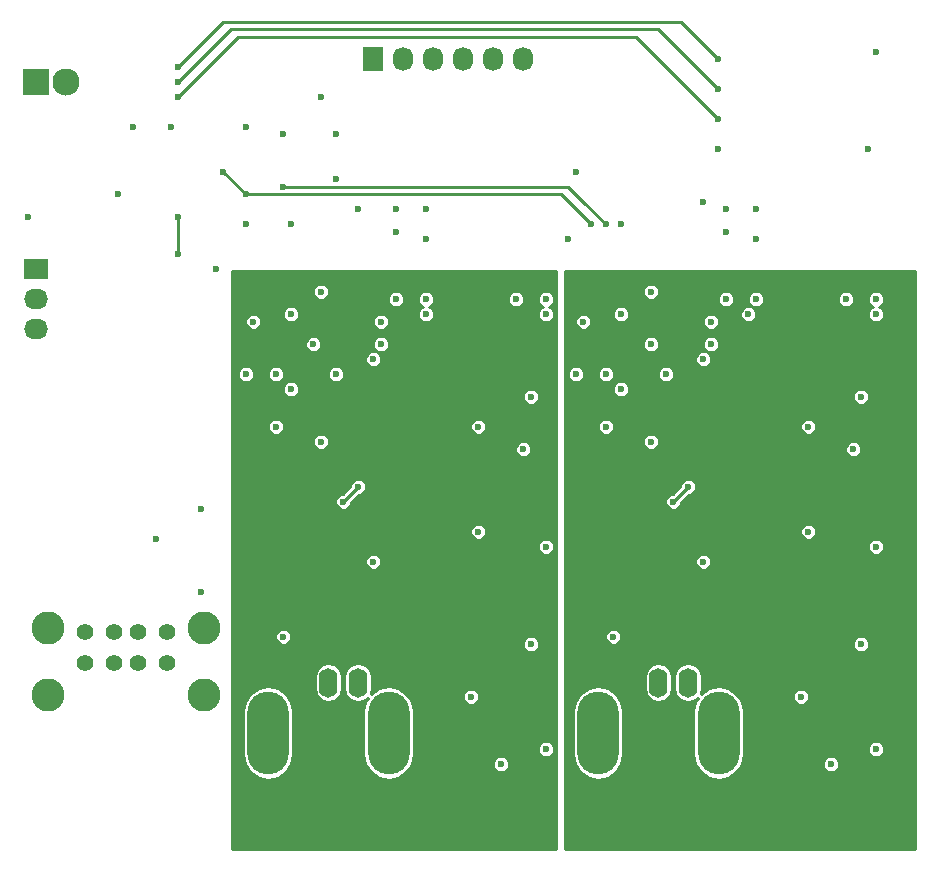
<source format=gbl>
G04 #@! TF.FileFunction,Copper,L4,Bot,Signal*
%FSLAX46Y46*%
G04 Gerber Fmt 4.6, Leading zero omitted, Abs format (unit mm)*
G04 Created by KiCad (PCBNEW 4.0.1-stable) date 8/18/2016 11:15:08 PM*
%MOMM*%
G01*
G04 APERTURE LIST*
%ADD10C,0.127000*%
%ADD11R,2.032000X1.727200*%
%ADD12O,2.032000X1.727200*%
%ADD13R,2.300000X2.300000*%
%ADD14C,2.300000*%
%ADD15C,1.420000*%
%ADD16C,2.800000*%
%ADD17O,3.500120X7.000240*%
%ADD18O,1.600200X2.499360*%
%ADD19R,1.727200X2.032000*%
%ADD20O,1.727200X2.032000*%
%ADD21C,0.600000*%
%ADD22C,0.254000*%
G04 APERTURE END LIST*
D10*
D11*
X5080000Y49530000D03*
D12*
X5080000Y46990000D03*
X5080000Y44450000D03*
D13*
X5080000Y65405000D03*
D14*
X7620000Y65405000D03*
D15*
X9200000Y18805005D03*
X11700000Y18805005D03*
X13700000Y18805005D03*
X16200000Y18805005D03*
X9200000Y16185005D03*
X11700000Y16185005D03*
X13700000Y16185005D03*
X16200000Y16185005D03*
D16*
X19270000Y13475005D03*
X19270000Y19155005D03*
X6130000Y19155005D03*
X6130000Y13475005D03*
D17*
X34942780Y10261600D03*
X24744680Y10261600D03*
D18*
X29845000Y14526260D03*
X32344360Y14526260D03*
D17*
X62882780Y10261600D03*
X52684680Y10261600D03*
D18*
X57785000Y14526260D03*
X60284360Y14526260D03*
D19*
X33655000Y67310000D03*
D20*
X36195000Y67310000D03*
X38735000Y67310000D03*
X41275000Y67310000D03*
X43815000Y67310000D03*
X46355000Y67310000D03*
D21*
X50165000Y52070000D03*
X19050000Y29210000D03*
X30480000Y57150000D03*
X12065000Y55880000D03*
X26035000Y60960000D03*
X22860000Y61595000D03*
X22860000Y53340000D03*
X35560000Y52705000D03*
X38100000Y52070000D03*
X63500000Y52705000D03*
X66040000Y52070000D03*
X62865000Y59690000D03*
X76200000Y67945000D03*
X4445000Y53975000D03*
X15240000Y26670000D03*
X19050000Y22225000D03*
X13335000Y61595000D03*
X16510000Y61595000D03*
X29210000Y64135000D03*
X30480000Y60960000D03*
X20320000Y49530000D03*
X26670000Y53340000D03*
X32385000Y54610000D03*
X38100000Y54610000D03*
X35560000Y54610000D03*
X66040000Y54610000D03*
X63500000Y54610000D03*
X54610000Y53340000D03*
X50800000Y57785000D03*
X61595000Y55245000D03*
X75565000Y59690000D03*
X41910000Y16510000D03*
X35560000Y36830000D03*
X38100000Y29210000D03*
X31115000Y26035000D03*
X45720000Y13335000D03*
X48260000Y45720000D03*
X48260000Y46990000D03*
X45720000Y46990000D03*
X41910000Y13335000D03*
X29210000Y34925000D03*
X46355000Y34290000D03*
X33655000Y41910000D03*
X29210000Y47625000D03*
X25400000Y40640000D03*
X23495000Y45085000D03*
X28575000Y43180000D03*
X38100000Y45720000D03*
X38100000Y46990000D03*
X26035000Y18415000D03*
X42545000Y27305000D03*
X33655000Y24765000D03*
X35560000Y46990000D03*
X26670000Y45720000D03*
X34290000Y43180000D03*
X34290000Y45085000D03*
X42545000Y36195000D03*
X26670000Y39370000D03*
X46990000Y38735000D03*
X48260000Y26035000D03*
X46990000Y17780000D03*
X48260000Y8890000D03*
X44450000Y7620000D03*
X25400000Y36195000D03*
X30480000Y40640000D03*
X22860000Y40640000D03*
X31115000Y29845000D03*
X32385000Y31115000D03*
X53340000Y40640000D03*
X61595000Y41910000D03*
X69850000Y13335000D03*
X76200000Y45720000D03*
X76200000Y46990000D03*
X73660000Y46990000D03*
X74295000Y34290000D03*
X57150000Y34925000D03*
X57150000Y47625000D03*
X51435000Y45085000D03*
X54610000Y45720000D03*
X65405000Y45720000D03*
X66040000Y46990000D03*
X63500000Y46990000D03*
X62230000Y43180000D03*
X62230000Y45085000D03*
X57150000Y43180000D03*
X50800000Y40640000D03*
X54610000Y39370000D03*
X53340000Y36195000D03*
X58420000Y40640000D03*
X74930000Y38735000D03*
X70485000Y36195000D03*
X53975000Y18415000D03*
X61595000Y24765000D03*
X70485000Y27305000D03*
X76200000Y26035000D03*
X74930000Y17780000D03*
X72390000Y7620000D03*
X76200000Y8890000D03*
X69850000Y16510000D03*
X59055000Y26035000D03*
X63500000Y36830000D03*
X66675000Y29210000D03*
X73660000Y13335000D03*
X60325000Y31115000D03*
X59055000Y29845000D03*
X17145000Y66675000D03*
X62865000Y67310000D03*
X17145000Y65405000D03*
X62865000Y64770000D03*
X62865000Y62230000D03*
X17145000Y64135000D03*
X22860000Y55880000D03*
X52070000Y53340000D03*
X20955000Y57785000D03*
X17145000Y53975000D03*
X17145000Y50800000D03*
X53340000Y53340000D03*
X26035000Y56515000D03*
D22*
X31115000Y29845000D02*
X32385000Y31115000D01*
X59055000Y29845000D02*
X60325000Y31115000D01*
X17145000Y66675000D02*
X20955000Y70485000D01*
X59690000Y70485000D02*
X62865000Y67310000D01*
X20955000Y70485000D02*
X59690000Y70485000D01*
X21590000Y69850000D02*
X17145000Y65405000D01*
X57785000Y69850000D02*
X21590000Y69850000D01*
X62865000Y64770000D02*
X57785000Y69850000D01*
X55880000Y69215000D02*
X62865000Y62230000D01*
X22225000Y69215000D02*
X55880000Y69215000D01*
X17145000Y64135000D02*
X22225000Y69215000D01*
X50800000Y54610000D02*
X49530000Y55880000D01*
X50800000Y54610000D02*
X52070000Y53340000D01*
X49530000Y55880000D02*
X22860000Y55880000D01*
X22860000Y55880000D02*
X20955000Y57785000D01*
X17145000Y50800000D02*
X17145000Y53975000D01*
X51435000Y55245000D02*
X50165000Y56515000D01*
X51435000Y55245000D02*
X53340000Y53340000D01*
X50165000Y56515000D02*
X26035000Y56515000D01*
G36*
X49149000Y456000D02*
X21717000Y456000D01*
X21717000Y12087696D01*
X22613620Y12087696D01*
X22613620Y8435504D01*
X22775837Y7619983D01*
X23237793Y6928617D01*
X23929159Y6466661D01*
X24744680Y6304444D01*
X25560201Y6466661D01*
X26251567Y6928617D01*
X26713523Y7619983D01*
X26875740Y8435504D01*
X26875740Y12087696D01*
X26713523Y12903217D01*
X26251567Y13594583D01*
X25560201Y14056539D01*
X24744680Y14218756D01*
X23929159Y14056539D01*
X23237793Y13594583D01*
X22775837Y12903217D01*
X22613620Y12087696D01*
X21717000Y12087696D01*
X21717000Y15007787D01*
X28663900Y15007787D01*
X28663900Y14044733D01*
X28753806Y13592746D01*
X29009836Y13209569D01*
X29393013Y12953539D01*
X29845000Y12863633D01*
X30296987Y12953539D01*
X30680164Y13209569D01*
X30936194Y13592746D01*
X31026100Y14044733D01*
X31026100Y15007787D01*
X31163260Y15007787D01*
X31163260Y14044733D01*
X31253166Y13592746D01*
X31509196Y13209569D01*
X31892373Y12953539D01*
X32344360Y12863633D01*
X32796347Y12953539D01*
X33177918Y13208496D01*
X32973937Y12903217D01*
X32811720Y12087696D01*
X32811720Y8435504D01*
X32973937Y7619983D01*
X33435893Y6928617D01*
X34127259Y6466661D01*
X34942780Y6304444D01*
X35758301Y6466661D01*
X36449667Y6928617D01*
X36821520Y7485135D01*
X43768882Y7485135D01*
X43872339Y7234748D01*
X44063741Y7043013D01*
X44313946Y6939118D01*
X44584865Y6938882D01*
X44835252Y7042339D01*
X45026987Y7233741D01*
X45130882Y7483946D01*
X45131118Y7754865D01*
X45027661Y8005252D01*
X44836259Y8196987D01*
X44586054Y8300882D01*
X44315135Y8301118D01*
X44064748Y8197661D01*
X43873013Y8006259D01*
X43769118Y7756054D01*
X43768882Y7485135D01*
X36821520Y7485135D01*
X36911623Y7619983D01*
X37073840Y8435504D01*
X37073840Y8755135D01*
X47578882Y8755135D01*
X47682339Y8504748D01*
X47873741Y8313013D01*
X48123946Y8209118D01*
X48394865Y8208882D01*
X48645252Y8312339D01*
X48836987Y8503741D01*
X48940882Y8753946D01*
X48941118Y9024865D01*
X48837661Y9275252D01*
X48646259Y9466987D01*
X48396054Y9570882D01*
X48125135Y9571118D01*
X47874748Y9467661D01*
X47683013Y9276259D01*
X47579118Y9026054D01*
X47578882Y8755135D01*
X37073840Y8755135D01*
X37073840Y12087696D01*
X36911623Y12903217D01*
X36713229Y13200135D01*
X41228882Y13200135D01*
X41332339Y12949748D01*
X41523741Y12758013D01*
X41773946Y12654118D01*
X42044865Y12653882D01*
X42295252Y12757339D01*
X42486987Y12948741D01*
X42590882Y13198946D01*
X42591118Y13469865D01*
X42487661Y13720252D01*
X42296259Y13911987D01*
X42046054Y14015882D01*
X41775135Y14016118D01*
X41524748Y13912661D01*
X41333013Y13721259D01*
X41229118Y13471054D01*
X41228882Y13200135D01*
X36713229Y13200135D01*
X36449667Y13594583D01*
X35758301Y14056539D01*
X34942780Y14218756D01*
X34127259Y14056539D01*
X33435923Y13594603D01*
X33525460Y14044733D01*
X33525460Y15007787D01*
X33435554Y15459774D01*
X33179524Y15842951D01*
X32796347Y16098981D01*
X32344360Y16188887D01*
X31892373Y16098981D01*
X31509196Y15842951D01*
X31253166Y15459774D01*
X31163260Y15007787D01*
X31026100Y15007787D01*
X30936194Y15459774D01*
X30680164Y15842951D01*
X30296987Y16098981D01*
X29845000Y16188887D01*
X29393013Y16098981D01*
X29009836Y15842951D01*
X28753806Y15459774D01*
X28663900Y15007787D01*
X21717000Y15007787D01*
X21717000Y17645135D01*
X46308882Y17645135D01*
X46412339Y17394748D01*
X46603741Y17203013D01*
X46853946Y17099118D01*
X47124865Y17098882D01*
X47375252Y17202339D01*
X47566987Y17393741D01*
X47670882Y17643946D01*
X47671118Y17914865D01*
X47567661Y18165252D01*
X47376259Y18356987D01*
X47126054Y18460882D01*
X46855135Y18461118D01*
X46604748Y18357661D01*
X46413013Y18166259D01*
X46309118Y17916054D01*
X46308882Y17645135D01*
X21717000Y17645135D01*
X21717000Y18280135D01*
X25353882Y18280135D01*
X25457339Y18029748D01*
X25648741Y17838013D01*
X25898946Y17734118D01*
X26169865Y17733882D01*
X26420252Y17837339D01*
X26611987Y18028741D01*
X26715882Y18278946D01*
X26716118Y18549865D01*
X26612661Y18800252D01*
X26421259Y18991987D01*
X26171054Y19095882D01*
X25900135Y19096118D01*
X25649748Y18992661D01*
X25458013Y18801259D01*
X25354118Y18551054D01*
X25353882Y18280135D01*
X21717000Y18280135D01*
X21717000Y24630135D01*
X32973882Y24630135D01*
X33077339Y24379748D01*
X33268741Y24188013D01*
X33518946Y24084118D01*
X33789865Y24083882D01*
X34040252Y24187339D01*
X34231987Y24378741D01*
X34335882Y24628946D01*
X34336118Y24899865D01*
X34232661Y25150252D01*
X34041259Y25341987D01*
X33791054Y25445882D01*
X33520135Y25446118D01*
X33269748Y25342661D01*
X33078013Y25151259D01*
X32974118Y24901054D01*
X32973882Y24630135D01*
X21717000Y24630135D01*
X21717000Y25900135D01*
X47578882Y25900135D01*
X47682339Y25649748D01*
X47873741Y25458013D01*
X48123946Y25354118D01*
X48394865Y25353882D01*
X48645252Y25457339D01*
X48836987Y25648741D01*
X48940882Y25898946D01*
X48941118Y26169865D01*
X48837661Y26420252D01*
X48646259Y26611987D01*
X48396054Y26715882D01*
X48125135Y26716118D01*
X47874748Y26612661D01*
X47683013Y26421259D01*
X47579118Y26171054D01*
X47578882Y25900135D01*
X21717000Y25900135D01*
X21717000Y27170135D01*
X41863882Y27170135D01*
X41967339Y26919748D01*
X42158741Y26728013D01*
X42408946Y26624118D01*
X42679865Y26623882D01*
X42930252Y26727339D01*
X43121987Y26918741D01*
X43225882Y27168946D01*
X43226118Y27439865D01*
X43122661Y27690252D01*
X42931259Y27881987D01*
X42681054Y27985882D01*
X42410135Y27986118D01*
X42159748Y27882661D01*
X41968013Y27691259D01*
X41864118Y27441054D01*
X41863882Y27170135D01*
X21717000Y27170135D01*
X21717000Y29710135D01*
X30433882Y29710135D01*
X30537339Y29459748D01*
X30728741Y29268013D01*
X30978946Y29164118D01*
X31249865Y29163882D01*
X31500252Y29267339D01*
X31691987Y29458741D01*
X31795882Y29708946D01*
X31795968Y29807548D01*
X32422387Y30433967D01*
X32519865Y30433882D01*
X32770252Y30537339D01*
X32961987Y30728741D01*
X33065882Y30978946D01*
X33066118Y31249865D01*
X32962661Y31500252D01*
X32771259Y31691987D01*
X32521054Y31795882D01*
X32250135Y31796118D01*
X31999748Y31692661D01*
X31808013Y31501259D01*
X31704118Y31251054D01*
X31704032Y31152452D01*
X31077613Y30526033D01*
X30980135Y30526118D01*
X30729748Y30422661D01*
X30538013Y30231259D01*
X30434118Y29981054D01*
X30433882Y29710135D01*
X21717000Y29710135D01*
X21717000Y34155135D01*
X45673882Y34155135D01*
X45777339Y33904748D01*
X45968741Y33713013D01*
X46218946Y33609118D01*
X46489865Y33608882D01*
X46740252Y33712339D01*
X46931987Y33903741D01*
X47035882Y34153946D01*
X47036118Y34424865D01*
X46932661Y34675252D01*
X46741259Y34866987D01*
X46491054Y34970882D01*
X46220135Y34971118D01*
X45969748Y34867661D01*
X45778013Y34676259D01*
X45674118Y34426054D01*
X45673882Y34155135D01*
X21717000Y34155135D01*
X21717000Y34790135D01*
X28528882Y34790135D01*
X28632339Y34539748D01*
X28823741Y34348013D01*
X29073946Y34244118D01*
X29344865Y34243882D01*
X29595252Y34347339D01*
X29786987Y34538741D01*
X29890882Y34788946D01*
X29891118Y35059865D01*
X29787661Y35310252D01*
X29596259Y35501987D01*
X29346054Y35605882D01*
X29075135Y35606118D01*
X28824748Y35502661D01*
X28633013Y35311259D01*
X28529118Y35061054D01*
X28528882Y34790135D01*
X21717000Y34790135D01*
X21717000Y36060135D01*
X24718882Y36060135D01*
X24822339Y35809748D01*
X25013741Y35618013D01*
X25263946Y35514118D01*
X25534865Y35513882D01*
X25785252Y35617339D01*
X25976987Y35808741D01*
X26080882Y36058946D01*
X26080883Y36060135D01*
X41863882Y36060135D01*
X41967339Y35809748D01*
X42158741Y35618013D01*
X42408946Y35514118D01*
X42679865Y35513882D01*
X42930252Y35617339D01*
X43121987Y35808741D01*
X43225882Y36058946D01*
X43226118Y36329865D01*
X43122661Y36580252D01*
X42931259Y36771987D01*
X42681054Y36875882D01*
X42410135Y36876118D01*
X42159748Y36772661D01*
X41968013Y36581259D01*
X41864118Y36331054D01*
X41863882Y36060135D01*
X26080883Y36060135D01*
X26081118Y36329865D01*
X25977661Y36580252D01*
X25786259Y36771987D01*
X25536054Y36875882D01*
X25265135Y36876118D01*
X25014748Y36772661D01*
X24823013Y36581259D01*
X24719118Y36331054D01*
X24718882Y36060135D01*
X21717000Y36060135D01*
X21717000Y38600135D01*
X46308882Y38600135D01*
X46412339Y38349748D01*
X46603741Y38158013D01*
X46853946Y38054118D01*
X47124865Y38053882D01*
X47375252Y38157339D01*
X47566987Y38348741D01*
X47670882Y38598946D01*
X47671118Y38869865D01*
X47567661Y39120252D01*
X47376259Y39311987D01*
X47126054Y39415882D01*
X46855135Y39416118D01*
X46604748Y39312661D01*
X46413013Y39121259D01*
X46309118Y38871054D01*
X46308882Y38600135D01*
X21717000Y38600135D01*
X21717000Y39235135D01*
X25988882Y39235135D01*
X26092339Y38984748D01*
X26283741Y38793013D01*
X26533946Y38689118D01*
X26804865Y38688882D01*
X27055252Y38792339D01*
X27246987Y38983741D01*
X27350882Y39233946D01*
X27351118Y39504865D01*
X27247661Y39755252D01*
X27056259Y39946987D01*
X26806054Y40050882D01*
X26535135Y40051118D01*
X26284748Y39947661D01*
X26093013Y39756259D01*
X25989118Y39506054D01*
X25988882Y39235135D01*
X21717000Y39235135D01*
X21717000Y40505135D01*
X22178882Y40505135D01*
X22282339Y40254748D01*
X22473741Y40063013D01*
X22723946Y39959118D01*
X22994865Y39958882D01*
X23245252Y40062339D01*
X23436987Y40253741D01*
X23540882Y40503946D01*
X23540883Y40505135D01*
X24718882Y40505135D01*
X24822339Y40254748D01*
X25013741Y40063013D01*
X25263946Y39959118D01*
X25534865Y39958882D01*
X25785252Y40062339D01*
X25976987Y40253741D01*
X26080882Y40503946D01*
X26080883Y40505135D01*
X29798882Y40505135D01*
X29902339Y40254748D01*
X30093741Y40063013D01*
X30343946Y39959118D01*
X30614865Y39958882D01*
X30865252Y40062339D01*
X31056987Y40253741D01*
X31160882Y40503946D01*
X31161118Y40774865D01*
X31057661Y41025252D01*
X30866259Y41216987D01*
X30616054Y41320882D01*
X30345135Y41321118D01*
X30094748Y41217661D01*
X29903013Y41026259D01*
X29799118Y40776054D01*
X29798882Y40505135D01*
X26080883Y40505135D01*
X26081118Y40774865D01*
X25977661Y41025252D01*
X25786259Y41216987D01*
X25536054Y41320882D01*
X25265135Y41321118D01*
X25014748Y41217661D01*
X24823013Y41026259D01*
X24719118Y40776054D01*
X24718882Y40505135D01*
X23540883Y40505135D01*
X23541118Y40774865D01*
X23437661Y41025252D01*
X23246259Y41216987D01*
X22996054Y41320882D01*
X22725135Y41321118D01*
X22474748Y41217661D01*
X22283013Y41026259D01*
X22179118Y40776054D01*
X22178882Y40505135D01*
X21717000Y40505135D01*
X21717000Y41775135D01*
X32973882Y41775135D01*
X33077339Y41524748D01*
X33268741Y41333013D01*
X33518946Y41229118D01*
X33789865Y41228882D01*
X34040252Y41332339D01*
X34231987Y41523741D01*
X34335882Y41773946D01*
X34336118Y42044865D01*
X34232661Y42295252D01*
X34041259Y42486987D01*
X33791054Y42590882D01*
X33520135Y42591118D01*
X33269748Y42487661D01*
X33078013Y42296259D01*
X32974118Y42046054D01*
X32973882Y41775135D01*
X21717000Y41775135D01*
X21717000Y43045135D01*
X27893882Y43045135D01*
X27997339Y42794748D01*
X28188741Y42603013D01*
X28438946Y42499118D01*
X28709865Y42498882D01*
X28960252Y42602339D01*
X29151987Y42793741D01*
X29255882Y43043946D01*
X29255883Y43045135D01*
X33608882Y43045135D01*
X33712339Y42794748D01*
X33903741Y42603013D01*
X34153946Y42499118D01*
X34424865Y42498882D01*
X34675252Y42602339D01*
X34866987Y42793741D01*
X34970882Y43043946D01*
X34971118Y43314865D01*
X34867661Y43565252D01*
X34676259Y43756987D01*
X34426054Y43860882D01*
X34155135Y43861118D01*
X33904748Y43757661D01*
X33713013Y43566259D01*
X33609118Y43316054D01*
X33608882Y43045135D01*
X29255883Y43045135D01*
X29256118Y43314865D01*
X29152661Y43565252D01*
X28961259Y43756987D01*
X28711054Y43860882D01*
X28440135Y43861118D01*
X28189748Y43757661D01*
X27998013Y43566259D01*
X27894118Y43316054D01*
X27893882Y43045135D01*
X21717000Y43045135D01*
X21717000Y44950135D01*
X22813882Y44950135D01*
X22917339Y44699748D01*
X23108741Y44508013D01*
X23358946Y44404118D01*
X23629865Y44403882D01*
X23880252Y44507339D01*
X24071987Y44698741D01*
X24175882Y44948946D01*
X24175883Y44950135D01*
X33608882Y44950135D01*
X33712339Y44699748D01*
X33903741Y44508013D01*
X34153946Y44404118D01*
X34424865Y44403882D01*
X34675252Y44507339D01*
X34866987Y44698741D01*
X34970882Y44948946D01*
X34971118Y45219865D01*
X34867661Y45470252D01*
X34676259Y45661987D01*
X34426054Y45765882D01*
X34155135Y45766118D01*
X33904748Y45662661D01*
X33713013Y45471259D01*
X33609118Y45221054D01*
X33608882Y44950135D01*
X24175883Y44950135D01*
X24176118Y45219865D01*
X24072661Y45470252D01*
X23957978Y45585135D01*
X25988882Y45585135D01*
X26092339Y45334748D01*
X26283741Y45143013D01*
X26533946Y45039118D01*
X26804865Y45038882D01*
X27055252Y45142339D01*
X27246987Y45333741D01*
X27350882Y45583946D01*
X27351118Y45854865D01*
X27247661Y46105252D01*
X27056259Y46296987D01*
X26806054Y46400882D01*
X26535135Y46401118D01*
X26284748Y46297661D01*
X26093013Y46106259D01*
X25989118Y45856054D01*
X25988882Y45585135D01*
X23957978Y45585135D01*
X23881259Y45661987D01*
X23631054Y45765882D01*
X23360135Y45766118D01*
X23109748Y45662661D01*
X22918013Y45471259D01*
X22814118Y45221054D01*
X22813882Y44950135D01*
X21717000Y44950135D01*
X21717000Y46855135D01*
X34878882Y46855135D01*
X34982339Y46604748D01*
X35173741Y46413013D01*
X35423946Y46309118D01*
X35694865Y46308882D01*
X35945252Y46412339D01*
X36136987Y46603741D01*
X36240882Y46853946D01*
X36240883Y46855135D01*
X37418882Y46855135D01*
X37522339Y46604748D01*
X37713741Y46413013D01*
X37853485Y46354986D01*
X37714748Y46297661D01*
X37523013Y46106259D01*
X37419118Y45856054D01*
X37418882Y45585135D01*
X37522339Y45334748D01*
X37713741Y45143013D01*
X37963946Y45039118D01*
X38234865Y45038882D01*
X38485252Y45142339D01*
X38676987Y45333741D01*
X38780882Y45583946D01*
X38781118Y45854865D01*
X38677661Y46105252D01*
X38486259Y46296987D01*
X38346515Y46355014D01*
X38485252Y46412339D01*
X38676987Y46603741D01*
X38780882Y46853946D01*
X38780883Y46855135D01*
X45038882Y46855135D01*
X45142339Y46604748D01*
X45333741Y46413013D01*
X45583946Y46309118D01*
X45854865Y46308882D01*
X46105252Y46412339D01*
X46296987Y46603741D01*
X46400882Y46853946D01*
X46400883Y46855135D01*
X47578882Y46855135D01*
X47682339Y46604748D01*
X47873741Y46413013D01*
X48013485Y46354986D01*
X47874748Y46297661D01*
X47683013Y46106259D01*
X47579118Y45856054D01*
X47578882Y45585135D01*
X47682339Y45334748D01*
X47873741Y45143013D01*
X48123946Y45039118D01*
X48394865Y45038882D01*
X48645252Y45142339D01*
X48836987Y45333741D01*
X48940882Y45583946D01*
X48941118Y45854865D01*
X48837661Y46105252D01*
X48646259Y46296987D01*
X48506515Y46355014D01*
X48645252Y46412339D01*
X48836987Y46603741D01*
X48940882Y46853946D01*
X48941118Y47124865D01*
X48837661Y47375252D01*
X48646259Y47566987D01*
X48396054Y47670882D01*
X48125135Y47671118D01*
X47874748Y47567661D01*
X47683013Y47376259D01*
X47579118Y47126054D01*
X47578882Y46855135D01*
X46400883Y46855135D01*
X46401118Y47124865D01*
X46297661Y47375252D01*
X46106259Y47566987D01*
X45856054Y47670882D01*
X45585135Y47671118D01*
X45334748Y47567661D01*
X45143013Y47376259D01*
X45039118Y47126054D01*
X45038882Y46855135D01*
X38780883Y46855135D01*
X38781118Y47124865D01*
X38677661Y47375252D01*
X38486259Y47566987D01*
X38236054Y47670882D01*
X37965135Y47671118D01*
X37714748Y47567661D01*
X37523013Y47376259D01*
X37419118Y47126054D01*
X37418882Y46855135D01*
X36240883Y46855135D01*
X36241118Y47124865D01*
X36137661Y47375252D01*
X35946259Y47566987D01*
X35696054Y47670882D01*
X35425135Y47671118D01*
X35174748Y47567661D01*
X34983013Y47376259D01*
X34879118Y47126054D01*
X34878882Y46855135D01*
X21717000Y46855135D01*
X21717000Y47490135D01*
X28528882Y47490135D01*
X28632339Y47239748D01*
X28823741Y47048013D01*
X29073946Y46944118D01*
X29344865Y46943882D01*
X29595252Y47047339D01*
X29786987Y47238741D01*
X29890882Y47488946D01*
X29891118Y47759865D01*
X29787661Y48010252D01*
X29596259Y48201987D01*
X29346054Y48305882D01*
X29075135Y48306118D01*
X28824748Y48202661D01*
X28633013Y48011259D01*
X28529118Y47761054D01*
X28528882Y47490135D01*
X21717000Y47490135D01*
X21717000Y49403000D01*
X49149000Y49403000D01*
X49149000Y456000D01*
X49149000Y456000D01*
G37*
X49149000Y456000D02*
X21717000Y456000D01*
X21717000Y12087696D01*
X22613620Y12087696D01*
X22613620Y8435504D01*
X22775837Y7619983D01*
X23237793Y6928617D01*
X23929159Y6466661D01*
X24744680Y6304444D01*
X25560201Y6466661D01*
X26251567Y6928617D01*
X26713523Y7619983D01*
X26875740Y8435504D01*
X26875740Y12087696D01*
X26713523Y12903217D01*
X26251567Y13594583D01*
X25560201Y14056539D01*
X24744680Y14218756D01*
X23929159Y14056539D01*
X23237793Y13594583D01*
X22775837Y12903217D01*
X22613620Y12087696D01*
X21717000Y12087696D01*
X21717000Y15007787D01*
X28663900Y15007787D01*
X28663900Y14044733D01*
X28753806Y13592746D01*
X29009836Y13209569D01*
X29393013Y12953539D01*
X29845000Y12863633D01*
X30296987Y12953539D01*
X30680164Y13209569D01*
X30936194Y13592746D01*
X31026100Y14044733D01*
X31026100Y15007787D01*
X31163260Y15007787D01*
X31163260Y14044733D01*
X31253166Y13592746D01*
X31509196Y13209569D01*
X31892373Y12953539D01*
X32344360Y12863633D01*
X32796347Y12953539D01*
X33177918Y13208496D01*
X32973937Y12903217D01*
X32811720Y12087696D01*
X32811720Y8435504D01*
X32973937Y7619983D01*
X33435893Y6928617D01*
X34127259Y6466661D01*
X34942780Y6304444D01*
X35758301Y6466661D01*
X36449667Y6928617D01*
X36821520Y7485135D01*
X43768882Y7485135D01*
X43872339Y7234748D01*
X44063741Y7043013D01*
X44313946Y6939118D01*
X44584865Y6938882D01*
X44835252Y7042339D01*
X45026987Y7233741D01*
X45130882Y7483946D01*
X45131118Y7754865D01*
X45027661Y8005252D01*
X44836259Y8196987D01*
X44586054Y8300882D01*
X44315135Y8301118D01*
X44064748Y8197661D01*
X43873013Y8006259D01*
X43769118Y7756054D01*
X43768882Y7485135D01*
X36821520Y7485135D01*
X36911623Y7619983D01*
X37073840Y8435504D01*
X37073840Y8755135D01*
X47578882Y8755135D01*
X47682339Y8504748D01*
X47873741Y8313013D01*
X48123946Y8209118D01*
X48394865Y8208882D01*
X48645252Y8312339D01*
X48836987Y8503741D01*
X48940882Y8753946D01*
X48941118Y9024865D01*
X48837661Y9275252D01*
X48646259Y9466987D01*
X48396054Y9570882D01*
X48125135Y9571118D01*
X47874748Y9467661D01*
X47683013Y9276259D01*
X47579118Y9026054D01*
X47578882Y8755135D01*
X37073840Y8755135D01*
X37073840Y12087696D01*
X36911623Y12903217D01*
X36713229Y13200135D01*
X41228882Y13200135D01*
X41332339Y12949748D01*
X41523741Y12758013D01*
X41773946Y12654118D01*
X42044865Y12653882D01*
X42295252Y12757339D01*
X42486987Y12948741D01*
X42590882Y13198946D01*
X42591118Y13469865D01*
X42487661Y13720252D01*
X42296259Y13911987D01*
X42046054Y14015882D01*
X41775135Y14016118D01*
X41524748Y13912661D01*
X41333013Y13721259D01*
X41229118Y13471054D01*
X41228882Y13200135D01*
X36713229Y13200135D01*
X36449667Y13594583D01*
X35758301Y14056539D01*
X34942780Y14218756D01*
X34127259Y14056539D01*
X33435923Y13594603D01*
X33525460Y14044733D01*
X33525460Y15007787D01*
X33435554Y15459774D01*
X33179524Y15842951D01*
X32796347Y16098981D01*
X32344360Y16188887D01*
X31892373Y16098981D01*
X31509196Y15842951D01*
X31253166Y15459774D01*
X31163260Y15007787D01*
X31026100Y15007787D01*
X30936194Y15459774D01*
X30680164Y15842951D01*
X30296987Y16098981D01*
X29845000Y16188887D01*
X29393013Y16098981D01*
X29009836Y15842951D01*
X28753806Y15459774D01*
X28663900Y15007787D01*
X21717000Y15007787D01*
X21717000Y17645135D01*
X46308882Y17645135D01*
X46412339Y17394748D01*
X46603741Y17203013D01*
X46853946Y17099118D01*
X47124865Y17098882D01*
X47375252Y17202339D01*
X47566987Y17393741D01*
X47670882Y17643946D01*
X47671118Y17914865D01*
X47567661Y18165252D01*
X47376259Y18356987D01*
X47126054Y18460882D01*
X46855135Y18461118D01*
X46604748Y18357661D01*
X46413013Y18166259D01*
X46309118Y17916054D01*
X46308882Y17645135D01*
X21717000Y17645135D01*
X21717000Y18280135D01*
X25353882Y18280135D01*
X25457339Y18029748D01*
X25648741Y17838013D01*
X25898946Y17734118D01*
X26169865Y17733882D01*
X26420252Y17837339D01*
X26611987Y18028741D01*
X26715882Y18278946D01*
X26716118Y18549865D01*
X26612661Y18800252D01*
X26421259Y18991987D01*
X26171054Y19095882D01*
X25900135Y19096118D01*
X25649748Y18992661D01*
X25458013Y18801259D01*
X25354118Y18551054D01*
X25353882Y18280135D01*
X21717000Y18280135D01*
X21717000Y24630135D01*
X32973882Y24630135D01*
X33077339Y24379748D01*
X33268741Y24188013D01*
X33518946Y24084118D01*
X33789865Y24083882D01*
X34040252Y24187339D01*
X34231987Y24378741D01*
X34335882Y24628946D01*
X34336118Y24899865D01*
X34232661Y25150252D01*
X34041259Y25341987D01*
X33791054Y25445882D01*
X33520135Y25446118D01*
X33269748Y25342661D01*
X33078013Y25151259D01*
X32974118Y24901054D01*
X32973882Y24630135D01*
X21717000Y24630135D01*
X21717000Y25900135D01*
X47578882Y25900135D01*
X47682339Y25649748D01*
X47873741Y25458013D01*
X48123946Y25354118D01*
X48394865Y25353882D01*
X48645252Y25457339D01*
X48836987Y25648741D01*
X48940882Y25898946D01*
X48941118Y26169865D01*
X48837661Y26420252D01*
X48646259Y26611987D01*
X48396054Y26715882D01*
X48125135Y26716118D01*
X47874748Y26612661D01*
X47683013Y26421259D01*
X47579118Y26171054D01*
X47578882Y25900135D01*
X21717000Y25900135D01*
X21717000Y27170135D01*
X41863882Y27170135D01*
X41967339Y26919748D01*
X42158741Y26728013D01*
X42408946Y26624118D01*
X42679865Y26623882D01*
X42930252Y26727339D01*
X43121987Y26918741D01*
X43225882Y27168946D01*
X43226118Y27439865D01*
X43122661Y27690252D01*
X42931259Y27881987D01*
X42681054Y27985882D01*
X42410135Y27986118D01*
X42159748Y27882661D01*
X41968013Y27691259D01*
X41864118Y27441054D01*
X41863882Y27170135D01*
X21717000Y27170135D01*
X21717000Y29710135D01*
X30433882Y29710135D01*
X30537339Y29459748D01*
X30728741Y29268013D01*
X30978946Y29164118D01*
X31249865Y29163882D01*
X31500252Y29267339D01*
X31691987Y29458741D01*
X31795882Y29708946D01*
X31795968Y29807548D01*
X32422387Y30433967D01*
X32519865Y30433882D01*
X32770252Y30537339D01*
X32961987Y30728741D01*
X33065882Y30978946D01*
X33066118Y31249865D01*
X32962661Y31500252D01*
X32771259Y31691987D01*
X32521054Y31795882D01*
X32250135Y31796118D01*
X31999748Y31692661D01*
X31808013Y31501259D01*
X31704118Y31251054D01*
X31704032Y31152452D01*
X31077613Y30526033D01*
X30980135Y30526118D01*
X30729748Y30422661D01*
X30538013Y30231259D01*
X30434118Y29981054D01*
X30433882Y29710135D01*
X21717000Y29710135D01*
X21717000Y34155135D01*
X45673882Y34155135D01*
X45777339Y33904748D01*
X45968741Y33713013D01*
X46218946Y33609118D01*
X46489865Y33608882D01*
X46740252Y33712339D01*
X46931987Y33903741D01*
X47035882Y34153946D01*
X47036118Y34424865D01*
X46932661Y34675252D01*
X46741259Y34866987D01*
X46491054Y34970882D01*
X46220135Y34971118D01*
X45969748Y34867661D01*
X45778013Y34676259D01*
X45674118Y34426054D01*
X45673882Y34155135D01*
X21717000Y34155135D01*
X21717000Y34790135D01*
X28528882Y34790135D01*
X28632339Y34539748D01*
X28823741Y34348013D01*
X29073946Y34244118D01*
X29344865Y34243882D01*
X29595252Y34347339D01*
X29786987Y34538741D01*
X29890882Y34788946D01*
X29891118Y35059865D01*
X29787661Y35310252D01*
X29596259Y35501987D01*
X29346054Y35605882D01*
X29075135Y35606118D01*
X28824748Y35502661D01*
X28633013Y35311259D01*
X28529118Y35061054D01*
X28528882Y34790135D01*
X21717000Y34790135D01*
X21717000Y36060135D01*
X24718882Y36060135D01*
X24822339Y35809748D01*
X25013741Y35618013D01*
X25263946Y35514118D01*
X25534865Y35513882D01*
X25785252Y35617339D01*
X25976987Y35808741D01*
X26080882Y36058946D01*
X26080883Y36060135D01*
X41863882Y36060135D01*
X41967339Y35809748D01*
X42158741Y35618013D01*
X42408946Y35514118D01*
X42679865Y35513882D01*
X42930252Y35617339D01*
X43121987Y35808741D01*
X43225882Y36058946D01*
X43226118Y36329865D01*
X43122661Y36580252D01*
X42931259Y36771987D01*
X42681054Y36875882D01*
X42410135Y36876118D01*
X42159748Y36772661D01*
X41968013Y36581259D01*
X41864118Y36331054D01*
X41863882Y36060135D01*
X26080883Y36060135D01*
X26081118Y36329865D01*
X25977661Y36580252D01*
X25786259Y36771987D01*
X25536054Y36875882D01*
X25265135Y36876118D01*
X25014748Y36772661D01*
X24823013Y36581259D01*
X24719118Y36331054D01*
X24718882Y36060135D01*
X21717000Y36060135D01*
X21717000Y38600135D01*
X46308882Y38600135D01*
X46412339Y38349748D01*
X46603741Y38158013D01*
X46853946Y38054118D01*
X47124865Y38053882D01*
X47375252Y38157339D01*
X47566987Y38348741D01*
X47670882Y38598946D01*
X47671118Y38869865D01*
X47567661Y39120252D01*
X47376259Y39311987D01*
X47126054Y39415882D01*
X46855135Y39416118D01*
X46604748Y39312661D01*
X46413013Y39121259D01*
X46309118Y38871054D01*
X46308882Y38600135D01*
X21717000Y38600135D01*
X21717000Y39235135D01*
X25988882Y39235135D01*
X26092339Y38984748D01*
X26283741Y38793013D01*
X26533946Y38689118D01*
X26804865Y38688882D01*
X27055252Y38792339D01*
X27246987Y38983741D01*
X27350882Y39233946D01*
X27351118Y39504865D01*
X27247661Y39755252D01*
X27056259Y39946987D01*
X26806054Y40050882D01*
X26535135Y40051118D01*
X26284748Y39947661D01*
X26093013Y39756259D01*
X25989118Y39506054D01*
X25988882Y39235135D01*
X21717000Y39235135D01*
X21717000Y40505135D01*
X22178882Y40505135D01*
X22282339Y40254748D01*
X22473741Y40063013D01*
X22723946Y39959118D01*
X22994865Y39958882D01*
X23245252Y40062339D01*
X23436987Y40253741D01*
X23540882Y40503946D01*
X23540883Y40505135D01*
X24718882Y40505135D01*
X24822339Y40254748D01*
X25013741Y40063013D01*
X25263946Y39959118D01*
X25534865Y39958882D01*
X25785252Y40062339D01*
X25976987Y40253741D01*
X26080882Y40503946D01*
X26080883Y40505135D01*
X29798882Y40505135D01*
X29902339Y40254748D01*
X30093741Y40063013D01*
X30343946Y39959118D01*
X30614865Y39958882D01*
X30865252Y40062339D01*
X31056987Y40253741D01*
X31160882Y40503946D01*
X31161118Y40774865D01*
X31057661Y41025252D01*
X30866259Y41216987D01*
X30616054Y41320882D01*
X30345135Y41321118D01*
X30094748Y41217661D01*
X29903013Y41026259D01*
X29799118Y40776054D01*
X29798882Y40505135D01*
X26080883Y40505135D01*
X26081118Y40774865D01*
X25977661Y41025252D01*
X25786259Y41216987D01*
X25536054Y41320882D01*
X25265135Y41321118D01*
X25014748Y41217661D01*
X24823013Y41026259D01*
X24719118Y40776054D01*
X24718882Y40505135D01*
X23540883Y40505135D01*
X23541118Y40774865D01*
X23437661Y41025252D01*
X23246259Y41216987D01*
X22996054Y41320882D01*
X22725135Y41321118D01*
X22474748Y41217661D01*
X22283013Y41026259D01*
X22179118Y40776054D01*
X22178882Y40505135D01*
X21717000Y40505135D01*
X21717000Y41775135D01*
X32973882Y41775135D01*
X33077339Y41524748D01*
X33268741Y41333013D01*
X33518946Y41229118D01*
X33789865Y41228882D01*
X34040252Y41332339D01*
X34231987Y41523741D01*
X34335882Y41773946D01*
X34336118Y42044865D01*
X34232661Y42295252D01*
X34041259Y42486987D01*
X33791054Y42590882D01*
X33520135Y42591118D01*
X33269748Y42487661D01*
X33078013Y42296259D01*
X32974118Y42046054D01*
X32973882Y41775135D01*
X21717000Y41775135D01*
X21717000Y43045135D01*
X27893882Y43045135D01*
X27997339Y42794748D01*
X28188741Y42603013D01*
X28438946Y42499118D01*
X28709865Y42498882D01*
X28960252Y42602339D01*
X29151987Y42793741D01*
X29255882Y43043946D01*
X29255883Y43045135D01*
X33608882Y43045135D01*
X33712339Y42794748D01*
X33903741Y42603013D01*
X34153946Y42499118D01*
X34424865Y42498882D01*
X34675252Y42602339D01*
X34866987Y42793741D01*
X34970882Y43043946D01*
X34971118Y43314865D01*
X34867661Y43565252D01*
X34676259Y43756987D01*
X34426054Y43860882D01*
X34155135Y43861118D01*
X33904748Y43757661D01*
X33713013Y43566259D01*
X33609118Y43316054D01*
X33608882Y43045135D01*
X29255883Y43045135D01*
X29256118Y43314865D01*
X29152661Y43565252D01*
X28961259Y43756987D01*
X28711054Y43860882D01*
X28440135Y43861118D01*
X28189748Y43757661D01*
X27998013Y43566259D01*
X27894118Y43316054D01*
X27893882Y43045135D01*
X21717000Y43045135D01*
X21717000Y44950135D01*
X22813882Y44950135D01*
X22917339Y44699748D01*
X23108741Y44508013D01*
X23358946Y44404118D01*
X23629865Y44403882D01*
X23880252Y44507339D01*
X24071987Y44698741D01*
X24175882Y44948946D01*
X24175883Y44950135D01*
X33608882Y44950135D01*
X33712339Y44699748D01*
X33903741Y44508013D01*
X34153946Y44404118D01*
X34424865Y44403882D01*
X34675252Y44507339D01*
X34866987Y44698741D01*
X34970882Y44948946D01*
X34971118Y45219865D01*
X34867661Y45470252D01*
X34676259Y45661987D01*
X34426054Y45765882D01*
X34155135Y45766118D01*
X33904748Y45662661D01*
X33713013Y45471259D01*
X33609118Y45221054D01*
X33608882Y44950135D01*
X24175883Y44950135D01*
X24176118Y45219865D01*
X24072661Y45470252D01*
X23957978Y45585135D01*
X25988882Y45585135D01*
X26092339Y45334748D01*
X26283741Y45143013D01*
X26533946Y45039118D01*
X26804865Y45038882D01*
X27055252Y45142339D01*
X27246987Y45333741D01*
X27350882Y45583946D01*
X27351118Y45854865D01*
X27247661Y46105252D01*
X27056259Y46296987D01*
X26806054Y46400882D01*
X26535135Y46401118D01*
X26284748Y46297661D01*
X26093013Y46106259D01*
X25989118Y45856054D01*
X25988882Y45585135D01*
X23957978Y45585135D01*
X23881259Y45661987D01*
X23631054Y45765882D01*
X23360135Y45766118D01*
X23109748Y45662661D01*
X22918013Y45471259D01*
X22814118Y45221054D01*
X22813882Y44950135D01*
X21717000Y44950135D01*
X21717000Y46855135D01*
X34878882Y46855135D01*
X34982339Y46604748D01*
X35173741Y46413013D01*
X35423946Y46309118D01*
X35694865Y46308882D01*
X35945252Y46412339D01*
X36136987Y46603741D01*
X36240882Y46853946D01*
X36240883Y46855135D01*
X37418882Y46855135D01*
X37522339Y46604748D01*
X37713741Y46413013D01*
X37853485Y46354986D01*
X37714748Y46297661D01*
X37523013Y46106259D01*
X37419118Y45856054D01*
X37418882Y45585135D01*
X37522339Y45334748D01*
X37713741Y45143013D01*
X37963946Y45039118D01*
X38234865Y45038882D01*
X38485252Y45142339D01*
X38676987Y45333741D01*
X38780882Y45583946D01*
X38781118Y45854865D01*
X38677661Y46105252D01*
X38486259Y46296987D01*
X38346515Y46355014D01*
X38485252Y46412339D01*
X38676987Y46603741D01*
X38780882Y46853946D01*
X38780883Y46855135D01*
X45038882Y46855135D01*
X45142339Y46604748D01*
X45333741Y46413013D01*
X45583946Y46309118D01*
X45854865Y46308882D01*
X46105252Y46412339D01*
X46296987Y46603741D01*
X46400882Y46853946D01*
X46400883Y46855135D01*
X47578882Y46855135D01*
X47682339Y46604748D01*
X47873741Y46413013D01*
X48013485Y46354986D01*
X47874748Y46297661D01*
X47683013Y46106259D01*
X47579118Y45856054D01*
X47578882Y45585135D01*
X47682339Y45334748D01*
X47873741Y45143013D01*
X48123946Y45039118D01*
X48394865Y45038882D01*
X48645252Y45142339D01*
X48836987Y45333741D01*
X48940882Y45583946D01*
X48941118Y45854865D01*
X48837661Y46105252D01*
X48646259Y46296987D01*
X48506515Y46355014D01*
X48645252Y46412339D01*
X48836987Y46603741D01*
X48940882Y46853946D01*
X48941118Y47124865D01*
X48837661Y47375252D01*
X48646259Y47566987D01*
X48396054Y47670882D01*
X48125135Y47671118D01*
X47874748Y47567661D01*
X47683013Y47376259D01*
X47579118Y47126054D01*
X47578882Y46855135D01*
X46400883Y46855135D01*
X46401118Y47124865D01*
X46297661Y47375252D01*
X46106259Y47566987D01*
X45856054Y47670882D01*
X45585135Y47671118D01*
X45334748Y47567661D01*
X45143013Y47376259D01*
X45039118Y47126054D01*
X45038882Y46855135D01*
X38780883Y46855135D01*
X38781118Y47124865D01*
X38677661Y47375252D01*
X38486259Y47566987D01*
X38236054Y47670882D01*
X37965135Y47671118D01*
X37714748Y47567661D01*
X37523013Y47376259D01*
X37419118Y47126054D01*
X37418882Y46855135D01*
X36240883Y46855135D01*
X36241118Y47124865D01*
X36137661Y47375252D01*
X35946259Y47566987D01*
X35696054Y47670882D01*
X35425135Y47671118D01*
X35174748Y47567661D01*
X34983013Y47376259D01*
X34879118Y47126054D01*
X34878882Y46855135D01*
X21717000Y46855135D01*
X21717000Y47490135D01*
X28528882Y47490135D01*
X28632339Y47239748D01*
X28823741Y47048013D01*
X29073946Y46944118D01*
X29344865Y46943882D01*
X29595252Y47047339D01*
X29786987Y47238741D01*
X29890882Y47488946D01*
X29891118Y47759865D01*
X29787661Y48010252D01*
X29596259Y48201987D01*
X29346054Y48305882D01*
X29075135Y48306118D01*
X28824748Y48202661D01*
X28633013Y48011259D01*
X28529118Y47761054D01*
X28528882Y47490135D01*
X21717000Y47490135D01*
X21717000Y49403000D01*
X49149000Y49403000D01*
X49149000Y456000D01*
G36*
X79544000Y456000D02*
X49911000Y456000D01*
X49911000Y12087696D01*
X50553620Y12087696D01*
X50553620Y8435504D01*
X50715837Y7619983D01*
X51177793Y6928617D01*
X51869159Y6466661D01*
X52684680Y6304444D01*
X53500201Y6466661D01*
X54191567Y6928617D01*
X54653523Y7619983D01*
X54815740Y8435504D01*
X54815740Y12087696D01*
X54653523Y12903217D01*
X54191567Y13594583D01*
X53500201Y14056539D01*
X52684680Y14218756D01*
X51869159Y14056539D01*
X51177793Y13594583D01*
X50715837Y12903217D01*
X50553620Y12087696D01*
X49911000Y12087696D01*
X49911000Y15007787D01*
X56603900Y15007787D01*
X56603900Y14044733D01*
X56693806Y13592746D01*
X56949836Y13209569D01*
X57333013Y12953539D01*
X57785000Y12863633D01*
X58236987Y12953539D01*
X58620164Y13209569D01*
X58876194Y13592746D01*
X58966100Y14044733D01*
X58966100Y15007787D01*
X59103260Y15007787D01*
X59103260Y14044733D01*
X59193166Y13592746D01*
X59449196Y13209569D01*
X59832373Y12953539D01*
X60284360Y12863633D01*
X60736347Y12953539D01*
X61117918Y13208496D01*
X60913937Y12903217D01*
X60751720Y12087696D01*
X60751720Y8435504D01*
X60913937Y7619983D01*
X61375893Y6928617D01*
X62067259Y6466661D01*
X62882780Y6304444D01*
X63698301Y6466661D01*
X64389667Y6928617D01*
X64761520Y7485135D01*
X71708882Y7485135D01*
X71812339Y7234748D01*
X72003741Y7043013D01*
X72253946Y6939118D01*
X72524865Y6938882D01*
X72775252Y7042339D01*
X72966987Y7233741D01*
X73070882Y7483946D01*
X73071118Y7754865D01*
X72967661Y8005252D01*
X72776259Y8196987D01*
X72526054Y8300882D01*
X72255135Y8301118D01*
X72004748Y8197661D01*
X71813013Y8006259D01*
X71709118Y7756054D01*
X71708882Y7485135D01*
X64761520Y7485135D01*
X64851623Y7619983D01*
X65013840Y8435504D01*
X65013840Y8755135D01*
X75518882Y8755135D01*
X75622339Y8504748D01*
X75813741Y8313013D01*
X76063946Y8209118D01*
X76334865Y8208882D01*
X76585252Y8312339D01*
X76776987Y8503741D01*
X76880882Y8753946D01*
X76881118Y9024865D01*
X76777661Y9275252D01*
X76586259Y9466987D01*
X76336054Y9570882D01*
X76065135Y9571118D01*
X75814748Y9467661D01*
X75623013Y9276259D01*
X75519118Y9026054D01*
X75518882Y8755135D01*
X65013840Y8755135D01*
X65013840Y12087696D01*
X64851623Y12903217D01*
X64653229Y13200135D01*
X69168882Y13200135D01*
X69272339Y12949748D01*
X69463741Y12758013D01*
X69713946Y12654118D01*
X69984865Y12653882D01*
X70235252Y12757339D01*
X70426987Y12948741D01*
X70530882Y13198946D01*
X70531118Y13469865D01*
X70427661Y13720252D01*
X70236259Y13911987D01*
X69986054Y14015882D01*
X69715135Y14016118D01*
X69464748Y13912661D01*
X69273013Y13721259D01*
X69169118Y13471054D01*
X69168882Y13200135D01*
X64653229Y13200135D01*
X64389667Y13594583D01*
X63698301Y14056539D01*
X62882780Y14218756D01*
X62067259Y14056539D01*
X61375923Y13594603D01*
X61465460Y14044733D01*
X61465460Y15007787D01*
X61375554Y15459774D01*
X61119524Y15842951D01*
X60736347Y16098981D01*
X60284360Y16188887D01*
X59832373Y16098981D01*
X59449196Y15842951D01*
X59193166Y15459774D01*
X59103260Y15007787D01*
X58966100Y15007787D01*
X58876194Y15459774D01*
X58620164Y15842951D01*
X58236987Y16098981D01*
X57785000Y16188887D01*
X57333013Y16098981D01*
X56949836Y15842951D01*
X56693806Y15459774D01*
X56603900Y15007787D01*
X49911000Y15007787D01*
X49911000Y17645135D01*
X74248882Y17645135D01*
X74352339Y17394748D01*
X74543741Y17203013D01*
X74793946Y17099118D01*
X75064865Y17098882D01*
X75315252Y17202339D01*
X75506987Y17393741D01*
X75610882Y17643946D01*
X75611118Y17914865D01*
X75507661Y18165252D01*
X75316259Y18356987D01*
X75066054Y18460882D01*
X74795135Y18461118D01*
X74544748Y18357661D01*
X74353013Y18166259D01*
X74249118Y17916054D01*
X74248882Y17645135D01*
X49911000Y17645135D01*
X49911000Y18280135D01*
X53293882Y18280135D01*
X53397339Y18029748D01*
X53588741Y17838013D01*
X53838946Y17734118D01*
X54109865Y17733882D01*
X54360252Y17837339D01*
X54551987Y18028741D01*
X54655882Y18278946D01*
X54656118Y18549865D01*
X54552661Y18800252D01*
X54361259Y18991987D01*
X54111054Y19095882D01*
X53840135Y19096118D01*
X53589748Y18992661D01*
X53398013Y18801259D01*
X53294118Y18551054D01*
X53293882Y18280135D01*
X49911000Y18280135D01*
X49911000Y24630135D01*
X60913882Y24630135D01*
X61017339Y24379748D01*
X61208741Y24188013D01*
X61458946Y24084118D01*
X61729865Y24083882D01*
X61980252Y24187339D01*
X62171987Y24378741D01*
X62275882Y24628946D01*
X62276118Y24899865D01*
X62172661Y25150252D01*
X61981259Y25341987D01*
X61731054Y25445882D01*
X61460135Y25446118D01*
X61209748Y25342661D01*
X61018013Y25151259D01*
X60914118Y24901054D01*
X60913882Y24630135D01*
X49911000Y24630135D01*
X49911000Y25900135D01*
X75518882Y25900135D01*
X75622339Y25649748D01*
X75813741Y25458013D01*
X76063946Y25354118D01*
X76334865Y25353882D01*
X76585252Y25457339D01*
X76776987Y25648741D01*
X76880882Y25898946D01*
X76881118Y26169865D01*
X76777661Y26420252D01*
X76586259Y26611987D01*
X76336054Y26715882D01*
X76065135Y26716118D01*
X75814748Y26612661D01*
X75623013Y26421259D01*
X75519118Y26171054D01*
X75518882Y25900135D01*
X49911000Y25900135D01*
X49911000Y27170135D01*
X69803882Y27170135D01*
X69907339Y26919748D01*
X70098741Y26728013D01*
X70348946Y26624118D01*
X70619865Y26623882D01*
X70870252Y26727339D01*
X71061987Y26918741D01*
X71165882Y27168946D01*
X71166118Y27439865D01*
X71062661Y27690252D01*
X70871259Y27881987D01*
X70621054Y27985882D01*
X70350135Y27986118D01*
X70099748Y27882661D01*
X69908013Y27691259D01*
X69804118Y27441054D01*
X69803882Y27170135D01*
X49911000Y27170135D01*
X49911000Y29710135D01*
X58373882Y29710135D01*
X58477339Y29459748D01*
X58668741Y29268013D01*
X58918946Y29164118D01*
X59189865Y29163882D01*
X59440252Y29267339D01*
X59631987Y29458741D01*
X59735882Y29708946D01*
X59735968Y29807548D01*
X60362387Y30433967D01*
X60459865Y30433882D01*
X60710252Y30537339D01*
X60901987Y30728741D01*
X61005882Y30978946D01*
X61006118Y31249865D01*
X60902661Y31500252D01*
X60711259Y31691987D01*
X60461054Y31795882D01*
X60190135Y31796118D01*
X59939748Y31692661D01*
X59748013Y31501259D01*
X59644118Y31251054D01*
X59644032Y31152452D01*
X59017613Y30526033D01*
X58920135Y30526118D01*
X58669748Y30422661D01*
X58478013Y30231259D01*
X58374118Y29981054D01*
X58373882Y29710135D01*
X49911000Y29710135D01*
X49911000Y34155135D01*
X73613882Y34155135D01*
X73717339Y33904748D01*
X73908741Y33713013D01*
X74158946Y33609118D01*
X74429865Y33608882D01*
X74680252Y33712339D01*
X74871987Y33903741D01*
X74975882Y34153946D01*
X74976118Y34424865D01*
X74872661Y34675252D01*
X74681259Y34866987D01*
X74431054Y34970882D01*
X74160135Y34971118D01*
X73909748Y34867661D01*
X73718013Y34676259D01*
X73614118Y34426054D01*
X73613882Y34155135D01*
X49911000Y34155135D01*
X49911000Y34790135D01*
X56468882Y34790135D01*
X56572339Y34539748D01*
X56763741Y34348013D01*
X57013946Y34244118D01*
X57284865Y34243882D01*
X57535252Y34347339D01*
X57726987Y34538741D01*
X57830882Y34788946D01*
X57831118Y35059865D01*
X57727661Y35310252D01*
X57536259Y35501987D01*
X57286054Y35605882D01*
X57015135Y35606118D01*
X56764748Y35502661D01*
X56573013Y35311259D01*
X56469118Y35061054D01*
X56468882Y34790135D01*
X49911000Y34790135D01*
X49911000Y36060135D01*
X52658882Y36060135D01*
X52762339Y35809748D01*
X52953741Y35618013D01*
X53203946Y35514118D01*
X53474865Y35513882D01*
X53725252Y35617339D01*
X53916987Y35808741D01*
X54020882Y36058946D01*
X54020883Y36060135D01*
X69803882Y36060135D01*
X69907339Y35809748D01*
X70098741Y35618013D01*
X70348946Y35514118D01*
X70619865Y35513882D01*
X70870252Y35617339D01*
X71061987Y35808741D01*
X71165882Y36058946D01*
X71166118Y36329865D01*
X71062661Y36580252D01*
X70871259Y36771987D01*
X70621054Y36875882D01*
X70350135Y36876118D01*
X70099748Y36772661D01*
X69908013Y36581259D01*
X69804118Y36331054D01*
X69803882Y36060135D01*
X54020883Y36060135D01*
X54021118Y36329865D01*
X53917661Y36580252D01*
X53726259Y36771987D01*
X53476054Y36875882D01*
X53205135Y36876118D01*
X52954748Y36772661D01*
X52763013Y36581259D01*
X52659118Y36331054D01*
X52658882Y36060135D01*
X49911000Y36060135D01*
X49911000Y38600135D01*
X74248882Y38600135D01*
X74352339Y38349748D01*
X74543741Y38158013D01*
X74793946Y38054118D01*
X75064865Y38053882D01*
X75315252Y38157339D01*
X75506987Y38348741D01*
X75610882Y38598946D01*
X75611118Y38869865D01*
X75507661Y39120252D01*
X75316259Y39311987D01*
X75066054Y39415882D01*
X74795135Y39416118D01*
X74544748Y39312661D01*
X74353013Y39121259D01*
X74249118Y38871054D01*
X74248882Y38600135D01*
X49911000Y38600135D01*
X49911000Y39235135D01*
X53928882Y39235135D01*
X54032339Y38984748D01*
X54223741Y38793013D01*
X54473946Y38689118D01*
X54744865Y38688882D01*
X54995252Y38792339D01*
X55186987Y38983741D01*
X55290882Y39233946D01*
X55291118Y39504865D01*
X55187661Y39755252D01*
X54996259Y39946987D01*
X54746054Y40050882D01*
X54475135Y40051118D01*
X54224748Y39947661D01*
X54033013Y39756259D01*
X53929118Y39506054D01*
X53928882Y39235135D01*
X49911000Y39235135D01*
X49911000Y40505135D01*
X50118882Y40505135D01*
X50222339Y40254748D01*
X50413741Y40063013D01*
X50663946Y39959118D01*
X50934865Y39958882D01*
X51185252Y40062339D01*
X51376987Y40253741D01*
X51480882Y40503946D01*
X51480883Y40505135D01*
X52658882Y40505135D01*
X52762339Y40254748D01*
X52953741Y40063013D01*
X53203946Y39959118D01*
X53474865Y39958882D01*
X53725252Y40062339D01*
X53916987Y40253741D01*
X54020882Y40503946D01*
X54020883Y40505135D01*
X57738882Y40505135D01*
X57842339Y40254748D01*
X58033741Y40063013D01*
X58283946Y39959118D01*
X58554865Y39958882D01*
X58805252Y40062339D01*
X58996987Y40253741D01*
X59100882Y40503946D01*
X59101118Y40774865D01*
X58997661Y41025252D01*
X58806259Y41216987D01*
X58556054Y41320882D01*
X58285135Y41321118D01*
X58034748Y41217661D01*
X57843013Y41026259D01*
X57739118Y40776054D01*
X57738882Y40505135D01*
X54020883Y40505135D01*
X54021118Y40774865D01*
X53917661Y41025252D01*
X53726259Y41216987D01*
X53476054Y41320882D01*
X53205135Y41321118D01*
X52954748Y41217661D01*
X52763013Y41026259D01*
X52659118Y40776054D01*
X52658882Y40505135D01*
X51480883Y40505135D01*
X51481118Y40774865D01*
X51377661Y41025252D01*
X51186259Y41216987D01*
X50936054Y41320882D01*
X50665135Y41321118D01*
X50414748Y41217661D01*
X50223013Y41026259D01*
X50119118Y40776054D01*
X50118882Y40505135D01*
X49911000Y40505135D01*
X49911000Y41775135D01*
X60913882Y41775135D01*
X61017339Y41524748D01*
X61208741Y41333013D01*
X61458946Y41229118D01*
X61729865Y41228882D01*
X61980252Y41332339D01*
X62171987Y41523741D01*
X62275882Y41773946D01*
X62276118Y42044865D01*
X62172661Y42295252D01*
X61981259Y42486987D01*
X61731054Y42590882D01*
X61460135Y42591118D01*
X61209748Y42487661D01*
X61018013Y42296259D01*
X60914118Y42046054D01*
X60913882Y41775135D01*
X49911000Y41775135D01*
X49911000Y43045135D01*
X56468882Y43045135D01*
X56572339Y42794748D01*
X56763741Y42603013D01*
X57013946Y42499118D01*
X57284865Y42498882D01*
X57535252Y42602339D01*
X57726987Y42793741D01*
X57830882Y43043946D01*
X57830883Y43045135D01*
X61548882Y43045135D01*
X61652339Y42794748D01*
X61843741Y42603013D01*
X62093946Y42499118D01*
X62364865Y42498882D01*
X62615252Y42602339D01*
X62806987Y42793741D01*
X62910882Y43043946D01*
X62911118Y43314865D01*
X62807661Y43565252D01*
X62616259Y43756987D01*
X62366054Y43860882D01*
X62095135Y43861118D01*
X61844748Y43757661D01*
X61653013Y43566259D01*
X61549118Y43316054D01*
X61548882Y43045135D01*
X57830883Y43045135D01*
X57831118Y43314865D01*
X57727661Y43565252D01*
X57536259Y43756987D01*
X57286054Y43860882D01*
X57015135Y43861118D01*
X56764748Y43757661D01*
X56573013Y43566259D01*
X56469118Y43316054D01*
X56468882Y43045135D01*
X49911000Y43045135D01*
X49911000Y44950135D01*
X50753882Y44950135D01*
X50857339Y44699748D01*
X51048741Y44508013D01*
X51298946Y44404118D01*
X51569865Y44403882D01*
X51820252Y44507339D01*
X52011987Y44698741D01*
X52115882Y44948946D01*
X52115883Y44950135D01*
X61548882Y44950135D01*
X61652339Y44699748D01*
X61843741Y44508013D01*
X62093946Y44404118D01*
X62364865Y44403882D01*
X62615252Y44507339D01*
X62806987Y44698741D01*
X62910882Y44948946D01*
X62911118Y45219865D01*
X62807661Y45470252D01*
X62692978Y45585135D01*
X64723882Y45585135D01*
X64827339Y45334748D01*
X65018741Y45143013D01*
X65268946Y45039118D01*
X65539865Y45038882D01*
X65790252Y45142339D01*
X65981987Y45333741D01*
X66085882Y45583946D01*
X66086118Y45854865D01*
X65982661Y46105252D01*
X65791259Y46296987D01*
X65541054Y46400882D01*
X65270135Y46401118D01*
X65019748Y46297661D01*
X64828013Y46106259D01*
X64724118Y45856054D01*
X64723882Y45585135D01*
X62692978Y45585135D01*
X62616259Y45661987D01*
X62366054Y45765882D01*
X62095135Y45766118D01*
X61844748Y45662661D01*
X61653013Y45471259D01*
X61549118Y45221054D01*
X61548882Y44950135D01*
X52115883Y44950135D01*
X52116118Y45219865D01*
X52012661Y45470252D01*
X51897978Y45585135D01*
X53928882Y45585135D01*
X54032339Y45334748D01*
X54223741Y45143013D01*
X54473946Y45039118D01*
X54744865Y45038882D01*
X54995252Y45142339D01*
X55186987Y45333741D01*
X55290882Y45583946D01*
X55291118Y45854865D01*
X55187661Y46105252D01*
X54996259Y46296987D01*
X54746054Y46400882D01*
X54475135Y46401118D01*
X54224748Y46297661D01*
X54033013Y46106259D01*
X53929118Y45856054D01*
X53928882Y45585135D01*
X51897978Y45585135D01*
X51821259Y45661987D01*
X51571054Y45765882D01*
X51300135Y45766118D01*
X51049748Y45662661D01*
X50858013Y45471259D01*
X50754118Y45221054D01*
X50753882Y44950135D01*
X49911000Y44950135D01*
X49911000Y46855135D01*
X62818882Y46855135D01*
X62922339Y46604748D01*
X63113741Y46413013D01*
X63363946Y46309118D01*
X63634865Y46308882D01*
X63885252Y46412339D01*
X64076987Y46603741D01*
X64180882Y46853946D01*
X64180883Y46855135D01*
X65358882Y46855135D01*
X65462339Y46604748D01*
X65653741Y46413013D01*
X65903946Y46309118D01*
X66174865Y46308882D01*
X66425252Y46412339D01*
X66616987Y46603741D01*
X66720882Y46853946D01*
X66720883Y46855135D01*
X72978882Y46855135D01*
X73082339Y46604748D01*
X73273741Y46413013D01*
X73523946Y46309118D01*
X73794865Y46308882D01*
X74045252Y46412339D01*
X74236987Y46603741D01*
X74340882Y46853946D01*
X74340883Y46855135D01*
X75518882Y46855135D01*
X75622339Y46604748D01*
X75813741Y46413013D01*
X75953485Y46354986D01*
X75814748Y46297661D01*
X75623013Y46106259D01*
X75519118Y45856054D01*
X75518882Y45585135D01*
X75622339Y45334748D01*
X75813741Y45143013D01*
X76063946Y45039118D01*
X76334865Y45038882D01*
X76585252Y45142339D01*
X76776987Y45333741D01*
X76880882Y45583946D01*
X76881118Y45854865D01*
X76777661Y46105252D01*
X76586259Y46296987D01*
X76446515Y46355014D01*
X76585252Y46412339D01*
X76776987Y46603741D01*
X76880882Y46853946D01*
X76881118Y47124865D01*
X76777661Y47375252D01*
X76586259Y47566987D01*
X76336054Y47670882D01*
X76065135Y47671118D01*
X75814748Y47567661D01*
X75623013Y47376259D01*
X75519118Y47126054D01*
X75518882Y46855135D01*
X74340883Y46855135D01*
X74341118Y47124865D01*
X74237661Y47375252D01*
X74046259Y47566987D01*
X73796054Y47670882D01*
X73525135Y47671118D01*
X73274748Y47567661D01*
X73083013Y47376259D01*
X72979118Y47126054D01*
X72978882Y46855135D01*
X66720883Y46855135D01*
X66721118Y47124865D01*
X66617661Y47375252D01*
X66426259Y47566987D01*
X66176054Y47670882D01*
X65905135Y47671118D01*
X65654748Y47567661D01*
X65463013Y47376259D01*
X65359118Y47126054D01*
X65358882Y46855135D01*
X64180883Y46855135D01*
X64181118Y47124865D01*
X64077661Y47375252D01*
X63886259Y47566987D01*
X63636054Y47670882D01*
X63365135Y47671118D01*
X63114748Y47567661D01*
X62923013Y47376259D01*
X62819118Y47126054D01*
X62818882Y46855135D01*
X49911000Y46855135D01*
X49911000Y47490135D01*
X56468882Y47490135D01*
X56572339Y47239748D01*
X56763741Y47048013D01*
X57013946Y46944118D01*
X57284865Y46943882D01*
X57535252Y47047339D01*
X57726987Y47238741D01*
X57830882Y47488946D01*
X57831118Y47759865D01*
X57727661Y48010252D01*
X57536259Y48201987D01*
X57286054Y48305882D01*
X57015135Y48306118D01*
X56764748Y48202661D01*
X56573013Y48011259D01*
X56469118Y47761054D01*
X56468882Y47490135D01*
X49911000Y47490135D01*
X49911000Y49403000D01*
X79544000Y49403000D01*
X79544000Y456000D01*
X79544000Y456000D01*
G37*
X79544000Y456000D02*
X49911000Y456000D01*
X49911000Y12087696D01*
X50553620Y12087696D01*
X50553620Y8435504D01*
X50715837Y7619983D01*
X51177793Y6928617D01*
X51869159Y6466661D01*
X52684680Y6304444D01*
X53500201Y6466661D01*
X54191567Y6928617D01*
X54653523Y7619983D01*
X54815740Y8435504D01*
X54815740Y12087696D01*
X54653523Y12903217D01*
X54191567Y13594583D01*
X53500201Y14056539D01*
X52684680Y14218756D01*
X51869159Y14056539D01*
X51177793Y13594583D01*
X50715837Y12903217D01*
X50553620Y12087696D01*
X49911000Y12087696D01*
X49911000Y15007787D01*
X56603900Y15007787D01*
X56603900Y14044733D01*
X56693806Y13592746D01*
X56949836Y13209569D01*
X57333013Y12953539D01*
X57785000Y12863633D01*
X58236987Y12953539D01*
X58620164Y13209569D01*
X58876194Y13592746D01*
X58966100Y14044733D01*
X58966100Y15007787D01*
X59103260Y15007787D01*
X59103260Y14044733D01*
X59193166Y13592746D01*
X59449196Y13209569D01*
X59832373Y12953539D01*
X60284360Y12863633D01*
X60736347Y12953539D01*
X61117918Y13208496D01*
X60913937Y12903217D01*
X60751720Y12087696D01*
X60751720Y8435504D01*
X60913937Y7619983D01*
X61375893Y6928617D01*
X62067259Y6466661D01*
X62882780Y6304444D01*
X63698301Y6466661D01*
X64389667Y6928617D01*
X64761520Y7485135D01*
X71708882Y7485135D01*
X71812339Y7234748D01*
X72003741Y7043013D01*
X72253946Y6939118D01*
X72524865Y6938882D01*
X72775252Y7042339D01*
X72966987Y7233741D01*
X73070882Y7483946D01*
X73071118Y7754865D01*
X72967661Y8005252D01*
X72776259Y8196987D01*
X72526054Y8300882D01*
X72255135Y8301118D01*
X72004748Y8197661D01*
X71813013Y8006259D01*
X71709118Y7756054D01*
X71708882Y7485135D01*
X64761520Y7485135D01*
X64851623Y7619983D01*
X65013840Y8435504D01*
X65013840Y8755135D01*
X75518882Y8755135D01*
X75622339Y8504748D01*
X75813741Y8313013D01*
X76063946Y8209118D01*
X76334865Y8208882D01*
X76585252Y8312339D01*
X76776987Y8503741D01*
X76880882Y8753946D01*
X76881118Y9024865D01*
X76777661Y9275252D01*
X76586259Y9466987D01*
X76336054Y9570882D01*
X76065135Y9571118D01*
X75814748Y9467661D01*
X75623013Y9276259D01*
X75519118Y9026054D01*
X75518882Y8755135D01*
X65013840Y8755135D01*
X65013840Y12087696D01*
X64851623Y12903217D01*
X64653229Y13200135D01*
X69168882Y13200135D01*
X69272339Y12949748D01*
X69463741Y12758013D01*
X69713946Y12654118D01*
X69984865Y12653882D01*
X70235252Y12757339D01*
X70426987Y12948741D01*
X70530882Y13198946D01*
X70531118Y13469865D01*
X70427661Y13720252D01*
X70236259Y13911987D01*
X69986054Y14015882D01*
X69715135Y14016118D01*
X69464748Y13912661D01*
X69273013Y13721259D01*
X69169118Y13471054D01*
X69168882Y13200135D01*
X64653229Y13200135D01*
X64389667Y13594583D01*
X63698301Y14056539D01*
X62882780Y14218756D01*
X62067259Y14056539D01*
X61375923Y13594603D01*
X61465460Y14044733D01*
X61465460Y15007787D01*
X61375554Y15459774D01*
X61119524Y15842951D01*
X60736347Y16098981D01*
X60284360Y16188887D01*
X59832373Y16098981D01*
X59449196Y15842951D01*
X59193166Y15459774D01*
X59103260Y15007787D01*
X58966100Y15007787D01*
X58876194Y15459774D01*
X58620164Y15842951D01*
X58236987Y16098981D01*
X57785000Y16188887D01*
X57333013Y16098981D01*
X56949836Y15842951D01*
X56693806Y15459774D01*
X56603900Y15007787D01*
X49911000Y15007787D01*
X49911000Y17645135D01*
X74248882Y17645135D01*
X74352339Y17394748D01*
X74543741Y17203013D01*
X74793946Y17099118D01*
X75064865Y17098882D01*
X75315252Y17202339D01*
X75506987Y17393741D01*
X75610882Y17643946D01*
X75611118Y17914865D01*
X75507661Y18165252D01*
X75316259Y18356987D01*
X75066054Y18460882D01*
X74795135Y18461118D01*
X74544748Y18357661D01*
X74353013Y18166259D01*
X74249118Y17916054D01*
X74248882Y17645135D01*
X49911000Y17645135D01*
X49911000Y18280135D01*
X53293882Y18280135D01*
X53397339Y18029748D01*
X53588741Y17838013D01*
X53838946Y17734118D01*
X54109865Y17733882D01*
X54360252Y17837339D01*
X54551987Y18028741D01*
X54655882Y18278946D01*
X54656118Y18549865D01*
X54552661Y18800252D01*
X54361259Y18991987D01*
X54111054Y19095882D01*
X53840135Y19096118D01*
X53589748Y18992661D01*
X53398013Y18801259D01*
X53294118Y18551054D01*
X53293882Y18280135D01*
X49911000Y18280135D01*
X49911000Y24630135D01*
X60913882Y24630135D01*
X61017339Y24379748D01*
X61208741Y24188013D01*
X61458946Y24084118D01*
X61729865Y24083882D01*
X61980252Y24187339D01*
X62171987Y24378741D01*
X62275882Y24628946D01*
X62276118Y24899865D01*
X62172661Y25150252D01*
X61981259Y25341987D01*
X61731054Y25445882D01*
X61460135Y25446118D01*
X61209748Y25342661D01*
X61018013Y25151259D01*
X60914118Y24901054D01*
X60913882Y24630135D01*
X49911000Y24630135D01*
X49911000Y25900135D01*
X75518882Y25900135D01*
X75622339Y25649748D01*
X75813741Y25458013D01*
X76063946Y25354118D01*
X76334865Y25353882D01*
X76585252Y25457339D01*
X76776987Y25648741D01*
X76880882Y25898946D01*
X76881118Y26169865D01*
X76777661Y26420252D01*
X76586259Y26611987D01*
X76336054Y26715882D01*
X76065135Y26716118D01*
X75814748Y26612661D01*
X75623013Y26421259D01*
X75519118Y26171054D01*
X75518882Y25900135D01*
X49911000Y25900135D01*
X49911000Y27170135D01*
X69803882Y27170135D01*
X69907339Y26919748D01*
X70098741Y26728013D01*
X70348946Y26624118D01*
X70619865Y26623882D01*
X70870252Y26727339D01*
X71061987Y26918741D01*
X71165882Y27168946D01*
X71166118Y27439865D01*
X71062661Y27690252D01*
X70871259Y27881987D01*
X70621054Y27985882D01*
X70350135Y27986118D01*
X70099748Y27882661D01*
X69908013Y27691259D01*
X69804118Y27441054D01*
X69803882Y27170135D01*
X49911000Y27170135D01*
X49911000Y29710135D01*
X58373882Y29710135D01*
X58477339Y29459748D01*
X58668741Y29268013D01*
X58918946Y29164118D01*
X59189865Y29163882D01*
X59440252Y29267339D01*
X59631987Y29458741D01*
X59735882Y29708946D01*
X59735968Y29807548D01*
X60362387Y30433967D01*
X60459865Y30433882D01*
X60710252Y30537339D01*
X60901987Y30728741D01*
X61005882Y30978946D01*
X61006118Y31249865D01*
X60902661Y31500252D01*
X60711259Y31691987D01*
X60461054Y31795882D01*
X60190135Y31796118D01*
X59939748Y31692661D01*
X59748013Y31501259D01*
X59644118Y31251054D01*
X59644032Y31152452D01*
X59017613Y30526033D01*
X58920135Y30526118D01*
X58669748Y30422661D01*
X58478013Y30231259D01*
X58374118Y29981054D01*
X58373882Y29710135D01*
X49911000Y29710135D01*
X49911000Y34155135D01*
X73613882Y34155135D01*
X73717339Y33904748D01*
X73908741Y33713013D01*
X74158946Y33609118D01*
X74429865Y33608882D01*
X74680252Y33712339D01*
X74871987Y33903741D01*
X74975882Y34153946D01*
X74976118Y34424865D01*
X74872661Y34675252D01*
X74681259Y34866987D01*
X74431054Y34970882D01*
X74160135Y34971118D01*
X73909748Y34867661D01*
X73718013Y34676259D01*
X73614118Y34426054D01*
X73613882Y34155135D01*
X49911000Y34155135D01*
X49911000Y34790135D01*
X56468882Y34790135D01*
X56572339Y34539748D01*
X56763741Y34348013D01*
X57013946Y34244118D01*
X57284865Y34243882D01*
X57535252Y34347339D01*
X57726987Y34538741D01*
X57830882Y34788946D01*
X57831118Y35059865D01*
X57727661Y35310252D01*
X57536259Y35501987D01*
X57286054Y35605882D01*
X57015135Y35606118D01*
X56764748Y35502661D01*
X56573013Y35311259D01*
X56469118Y35061054D01*
X56468882Y34790135D01*
X49911000Y34790135D01*
X49911000Y36060135D01*
X52658882Y36060135D01*
X52762339Y35809748D01*
X52953741Y35618013D01*
X53203946Y35514118D01*
X53474865Y35513882D01*
X53725252Y35617339D01*
X53916987Y35808741D01*
X54020882Y36058946D01*
X54020883Y36060135D01*
X69803882Y36060135D01*
X69907339Y35809748D01*
X70098741Y35618013D01*
X70348946Y35514118D01*
X70619865Y35513882D01*
X70870252Y35617339D01*
X71061987Y35808741D01*
X71165882Y36058946D01*
X71166118Y36329865D01*
X71062661Y36580252D01*
X70871259Y36771987D01*
X70621054Y36875882D01*
X70350135Y36876118D01*
X70099748Y36772661D01*
X69908013Y36581259D01*
X69804118Y36331054D01*
X69803882Y36060135D01*
X54020883Y36060135D01*
X54021118Y36329865D01*
X53917661Y36580252D01*
X53726259Y36771987D01*
X53476054Y36875882D01*
X53205135Y36876118D01*
X52954748Y36772661D01*
X52763013Y36581259D01*
X52659118Y36331054D01*
X52658882Y36060135D01*
X49911000Y36060135D01*
X49911000Y38600135D01*
X74248882Y38600135D01*
X74352339Y38349748D01*
X74543741Y38158013D01*
X74793946Y38054118D01*
X75064865Y38053882D01*
X75315252Y38157339D01*
X75506987Y38348741D01*
X75610882Y38598946D01*
X75611118Y38869865D01*
X75507661Y39120252D01*
X75316259Y39311987D01*
X75066054Y39415882D01*
X74795135Y39416118D01*
X74544748Y39312661D01*
X74353013Y39121259D01*
X74249118Y38871054D01*
X74248882Y38600135D01*
X49911000Y38600135D01*
X49911000Y39235135D01*
X53928882Y39235135D01*
X54032339Y38984748D01*
X54223741Y38793013D01*
X54473946Y38689118D01*
X54744865Y38688882D01*
X54995252Y38792339D01*
X55186987Y38983741D01*
X55290882Y39233946D01*
X55291118Y39504865D01*
X55187661Y39755252D01*
X54996259Y39946987D01*
X54746054Y40050882D01*
X54475135Y40051118D01*
X54224748Y39947661D01*
X54033013Y39756259D01*
X53929118Y39506054D01*
X53928882Y39235135D01*
X49911000Y39235135D01*
X49911000Y40505135D01*
X50118882Y40505135D01*
X50222339Y40254748D01*
X50413741Y40063013D01*
X50663946Y39959118D01*
X50934865Y39958882D01*
X51185252Y40062339D01*
X51376987Y40253741D01*
X51480882Y40503946D01*
X51480883Y40505135D01*
X52658882Y40505135D01*
X52762339Y40254748D01*
X52953741Y40063013D01*
X53203946Y39959118D01*
X53474865Y39958882D01*
X53725252Y40062339D01*
X53916987Y40253741D01*
X54020882Y40503946D01*
X54020883Y40505135D01*
X57738882Y40505135D01*
X57842339Y40254748D01*
X58033741Y40063013D01*
X58283946Y39959118D01*
X58554865Y39958882D01*
X58805252Y40062339D01*
X58996987Y40253741D01*
X59100882Y40503946D01*
X59101118Y40774865D01*
X58997661Y41025252D01*
X58806259Y41216987D01*
X58556054Y41320882D01*
X58285135Y41321118D01*
X58034748Y41217661D01*
X57843013Y41026259D01*
X57739118Y40776054D01*
X57738882Y40505135D01*
X54020883Y40505135D01*
X54021118Y40774865D01*
X53917661Y41025252D01*
X53726259Y41216987D01*
X53476054Y41320882D01*
X53205135Y41321118D01*
X52954748Y41217661D01*
X52763013Y41026259D01*
X52659118Y40776054D01*
X52658882Y40505135D01*
X51480883Y40505135D01*
X51481118Y40774865D01*
X51377661Y41025252D01*
X51186259Y41216987D01*
X50936054Y41320882D01*
X50665135Y41321118D01*
X50414748Y41217661D01*
X50223013Y41026259D01*
X50119118Y40776054D01*
X50118882Y40505135D01*
X49911000Y40505135D01*
X49911000Y41775135D01*
X60913882Y41775135D01*
X61017339Y41524748D01*
X61208741Y41333013D01*
X61458946Y41229118D01*
X61729865Y41228882D01*
X61980252Y41332339D01*
X62171987Y41523741D01*
X62275882Y41773946D01*
X62276118Y42044865D01*
X62172661Y42295252D01*
X61981259Y42486987D01*
X61731054Y42590882D01*
X61460135Y42591118D01*
X61209748Y42487661D01*
X61018013Y42296259D01*
X60914118Y42046054D01*
X60913882Y41775135D01*
X49911000Y41775135D01*
X49911000Y43045135D01*
X56468882Y43045135D01*
X56572339Y42794748D01*
X56763741Y42603013D01*
X57013946Y42499118D01*
X57284865Y42498882D01*
X57535252Y42602339D01*
X57726987Y42793741D01*
X57830882Y43043946D01*
X57830883Y43045135D01*
X61548882Y43045135D01*
X61652339Y42794748D01*
X61843741Y42603013D01*
X62093946Y42499118D01*
X62364865Y42498882D01*
X62615252Y42602339D01*
X62806987Y42793741D01*
X62910882Y43043946D01*
X62911118Y43314865D01*
X62807661Y43565252D01*
X62616259Y43756987D01*
X62366054Y43860882D01*
X62095135Y43861118D01*
X61844748Y43757661D01*
X61653013Y43566259D01*
X61549118Y43316054D01*
X61548882Y43045135D01*
X57830883Y43045135D01*
X57831118Y43314865D01*
X57727661Y43565252D01*
X57536259Y43756987D01*
X57286054Y43860882D01*
X57015135Y43861118D01*
X56764748Y43757661D01*
X56573013Y43566259D01*
X56469118Y43316054D01*
X56468882Y43045135D01*
X49911000Y43045135D01*
X49911000Y44950135D01*
X50753882Y44950135D01*
X50857339Y44699748D01*
X51048741Y44508013D01*
X51298946Y44404118D01*
X51569865Y44403882D01*
X51820252Y44507339D01*
X52011987Y44698741D01*
X52115882Y44948946D01*
X52115883Y44950135D01*
X61548882Y44950135D01*
X61652339Y44699748D01*
X61843741Y44508013D01*
X62093946Y44404118D01*
X62364865Y44403882D01*
X62615252Y44507339D01*
X62806987Y44698741D01*
X62910882Y44948946D01*
X62911118Y45219865D01*
X62807661Y45470252D01*
X62692978Y45585135D01*
X64723882Y45585135D01*
X64827339Y45334748D01*
X65018741Y45143013D01*
X65268946Y45039118D01*
X65539865Y45038882D01*
X65790252Y45142339D01*
X65981987Y45333741D01*
X66085882Y45583946D01*
X66086118Y45854865D01*
X65982661Y46105252D01*
X65791259Y46296987D01*
X65541054Y46400882D01*
X65270135Y46401118D01*
X65019748Y46297661D01*
X64828013Y46106259D01*
X64724118Y45856054D01*
X64723882Y45585135D01*
X62692978Y45585135D01*
X62616259Y45661987D01*
X62366054Y45765882D01*
X62095135Y45766118D01*
X61844748Y45662661D01*
X61653013Y45471259D01*
X61549118Y45221054D01*
X61548882Y44950135D01*
X52115883Y44950135D01*
X52116118Y45219865D01*
X52012661Y45470252D01*
X51897978Y45585135D01*
X53928882Y45585135D01*
X54032339Y45334748D01*
X54223741Y45143013D01*
X54473946Y45039118D01*
X54744865Y45038882D01*
X54995252Y45142339D01*
X55186987Y45333741D01*
X55290882Y45583946D01*
X55291118Y45854865D01*
X55187661Y46105252D01*
X54996259Y46296987D01*
X54746054Y46400882D01*
X54475135Y46401118D01*
X54224748Y46297661D01*
X54033013Y46106259D01*
X53929118Y45856054D01*
X53928882Y45585135D01*
X51897978Y45585135D01*
X51821259Y45661987D01*
X51571054Y45765882D01*
X51300135Y45766118D01*
X51049748Y45662661D01*
X50858013Y45471259D01*
X50754118Y45221054D01*
X50753882Y44950135D01*
X49911000Y44950135D01*
X49911000Y46855135D01*
X62818882Y46855135D01*
X62922339Y46604748D01*
X63113741Y46413013D01*
X63363946Y46309118D01*
X63634865Y46308882D01*
X63885252Y46412339D01*
X64076987Y46603741D01*
X64180882Y46853946D01*
X64180883Y46855135D01*
X65358882Y46855135D01*
X65462339Y46604748D01*
X65653741Y46413013D01*
X65903946Y46309118D01*
X66174865Y46308882D01*
X66425252Y46412339D01*
X66616987Y46603741D01*
X66720882Y46853946D01*
X66720883Y46855135D01*
X72978882Y46855135D01*
X73082339Y46604748D01*
X73273741Y46413013D01*
X73523946Y46309118D01*
X73794865Y46308882D01*
X74045252Y46412339D01*
X74236987Y46603741D01*
X74340882Y46853946D01*
X74340883Y46855135D01*
X75518882Y46855135D01*
X75622339Y46604748D01*
X75813741Y46413013D01*
X75953485Y46354986D01*
X75814748Y46297661D01*
X75623013Y46106259D01*
X75519118Y45856054D01*
X75518882Y45585135D01*
X75622339Y45334748D01*
X75813741Y45143013D01*
X76063946Y45039118D01*
X76334865Y45038882D01*
X76585252Y45142339D01*
X76776987Y45333741D01*
X76880882Y45583946D01*
X76881118Y45854865D01*
X76777661Y46105252D01*
X76586259Y46296987D01*
X76446515Y46355014D01*
X76585252Y46412339D01*
X76776987Y46603741D01*
X76880882Y46853946D01*
X76881118Y47124865D01*
X76777661Y47375252D01*
X76586259Y47566987D01*
X76336054Y47670882D01*
X76065135Y47671118D01*
X75814748Y47567661D01*
X75623013Y47376259D01*
X75519118Y47126054D01*
X75518882Y46855135D01*
X74340883Y46855135D01*
X74341118Y47124865D01*
X74237661Y47375252D01*
X74046259Y47566987D01*
X73796054Y47670882D01*
X73525135Y47671118D01*
X73274748Y47567661D01*
X73083013Y47376259D01*
X72979118Y47126054D01*
X72978882Y46855135D01*
X66720883Y46855135D01*
X66721118Y47124865D01*
X66617661Y47375252D01*
X66426259Y47566987D01*
X66176054Y47670882D01*
X65905135Y47671118D01*
X65654748Y47567661D01*
X65463013Y47376259D01*
X65359118Y47126054D01*
X65358882Y46855135D01*
X64180883Y46855135D01*
X64181118Y47124865D01*
X64077661Y47375252D01*
X63886259Y47566987D01*
X63636054Y47670882D01*
X63365135Y47671118D01*
X63114748Y47567661D01*
X62923013Y47376259D01*
X62819118Y47126054D01*
X62818882Y46855135D01*
X49911000Y46855135D01*
X49911000Y47490135D01*
X56468882Y47490135D01*
X56572339Y47239748D01*
X56763741Y47048013D01*
X57013946Y46944118D01*
X57284865Y46943882D01*
X57535252Y47047339D01*
X57726987Y47238741D01*
X57830882Y47488946D01*
X57831118Y47759865D01*
X57727661Y48010252D01*
X57536259Y48201987D01*
X57286054Y48305882D01*
X57015135Y48306118D01*
X56764748Y48202661D01*
X56573013Y48011259D01*
X56469118Y47761054D01*
X56468882Y47490135D01*
X49911000Y47490135D01*
X49911000Y49403000D01*
X79544000Y49403000D01*
X79544000Y456000D01*
M02*

</source>
